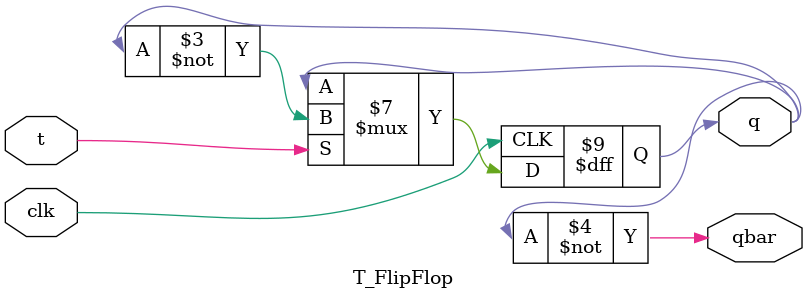
<source format=sv>
`timescale 1ns / 1ps

module T_FlipFlop(
    input t, clk,
    output reg q,
    output qbar
    );
    
    initial begin
        q = 1'b0;
    end

    always @(posedge clk) begin
        if (t == 1'b1) begin
            q <= ~q;
        end
        else begin
            q <= q;
        end
    end
    
    assign qbar = ~q;

endmodule

</source>
